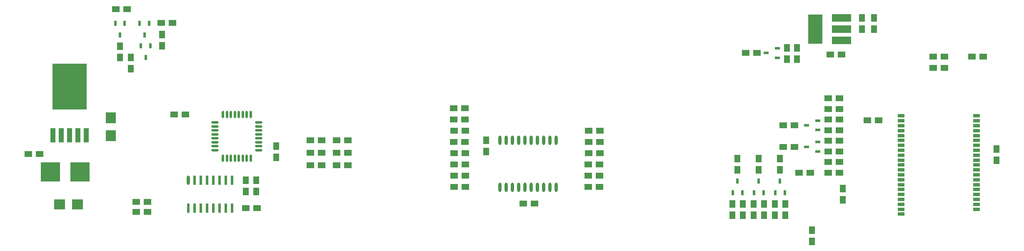
<source format=gbp>
%FSLAX25Y25*%
%MOIN*%
G70*
G01*
G75*
G04 Layer_Color=128*
%ADD10R,0.03937X0.03937*%
%ADD11R,0.03937X0.03937*%
%ADD12C,0.01000*%
%ADD13C,0.02500*%
%ADD14C,0.04000*%
%ADD15C,0.07000*%
%ADD16C,0.06000*%
%ADD17C,0.02000*%
%ADD18C,0.03000*%
%ADD19C,0.06000*%
%ADD20C,0.05512*%
%ADD21C,0.06300*%
%ADD22C,0.07087*%
%ADD23C,0.08661*%
%ADD24R,0.06000X0.06000*%
%ADD25C,0.02500*%
%ADD26C,0.05000*%
%ADD27O,0.05906X0.01969*%
%ADD28R,0.05000X0.06000*%
%ADD29O,0.01969X0.05906*%
%ADD30R,0.02362X0.04299*%
%ADD31R,0.06000X0.05000*%
%ADD32R,0.04213X0.11811*%
%ADD33R,0.27559X0.37008*%
%ADD34R,0.08858X0.08071*%
%ADD35R,0.08071X0.08858*%
%ADD36R,0.15748X0.15748*%
%ADD37O,0.02400X0.07600*%
%ADD38R,0.02400X0.07600*%
%ADD39R,0.05709X0.02756*%
%ADD40R,0.04299X0.02362*%
%ADD41R,0.15748X0.06000*%
%ADD42R,0.11811X0.23622*%
%ADD43O,0.02400X0.07400*%
%ADD44C,0.00500*%
%ADD45C,0.00787*%
%ADD46C,0.02362*%
%ADD47C,0.00984*%
%ADD48C,0.00800*%
%ADD49C,0.00600*%
%ADD50C,0.00200*%
%ADD51C,0.00100*%
%ADD52R,0.00446X0.00990*%
%ADD53R,0.00900X0.00700*%
%ADD54C,0.01969*%
%ADD55C,0.00400*%
%ADD56C,0.01500*%
D27*
X190998Y105114D02*
D03*
Y101965D02*
D03*
X155958Y114563D02*
D03*
Y111414D02*
D03*
Y108264D02*
D03*
Y105114D02*
D03*
Y101965D02*
D03*
Y98815D02*
D03*
X190998Y108264D02*
D03*
Y111414D02*
D03*
Y114563D02*
D03*
X155958Y95665D02*
D03*
Y92516D02*
D03*
X190998D02*
D03*
Y95665D02*
D03*
Y98815D02*
D03*
D28*
X180500Y59457D02*
D03*
Y68457D02*
D03*
X189000Y59457D02*
D03*
Y68457D02*
D03*
X373107Y91218D02*
D03*
Y100218D02*
D03*
X113799Y175913D02*
D03*
Y184913D02*
D03*
X80099Y166827D02*
D03*
Y175827D02*
D03*
X204918Y95666D02*
D03*
Y86665D02*
D03*
X633500Y19500D02*
D03*
Y28500D02*
D03*
X88599Y166827D02*
D03*
Y157827D02*
D03*
X781279Y84524D02*
D03*
Y93524D02*
D03*
X658280Y61757D02*
D03*
Y52757D02*
D03*
X673779Y189457D02*
D03*
Y198457D02*
D03*
X683280Y189457D02*
D03*
Y198457D02*
D03*
X569870Y40500D02*
D03*
Y49500D02*
D03*
X578370Y40500D02*
D03*
Y49500D02*
D03*
X586870Y40500D02*
D03*
Y49500D02*
D03*
X595370Y40500D02*
D03*
Y49500D02*
D03*
X603870Y40500D02*
D03*
Y49500D02*
D03*
X612370Y40500D02*
D03*
Y49500D02*
D03*
X574120Y85587D02*
D03*
Y76587D02*
D03*
X591120Y85587D02*
D03*
Y76587D02*
D03*
X608120Y85587D02*
D03*
Y76587D02*
D03*
X621500Y174500D02*
D03*
Y165500D02*
D03*
X613500D02*
D03*
Y174500D02*
D03*
D29*
X171903Y86020D02*
D03*
X165604Y121059D02*
D03*
X175053D02*
D03*
X171903D02*
D03*
X184502D02*
D03*
X181352D02*
D03*
X178202D02*
D03*
X168754D02*
D03*
X165604Y86020D02*
D03*
X162454D02*
D03*
Y121059D02*
D03*
X184502Y86020D02*
D03*
X181352D02*
D03*
X178202D02*
D03*
X175053D02*
D03*
X168754D02*
D03*
D30*
X95799Y193913D02*
D03*
X103279D02*
D03*
X99539Y184827D02*
D03*
X96799Y175914D02*
D03*
X104279D02*
D03*
X100539Y166827D02*
D03*
X76299Y193913D02*
D03*
X83780D02*
D03*
X80039Y184827D02*
D03*
X577860Y58500D02*
D03*
X570380D02*
D03*
X574120Y67587D02*
D03*
X594860Y58500D02*
D03*
X587380D02*
D03*
X591120Y67587D02*
D03*
X611860Y58500D02*
D03*
X604380D02*
D03*
X608120Y67587D02*
D03*
D31*
X253280Y90457D02*
D03*
X262280D02*
D03*
X253280Y80457D02*
D03*
X262280D02*
D03*
X454980Y99157D02*
D03*
X463979D02*
D03*
X463980Y90157D02*
D03*
X454980D02*
D03*
X411667Y49657D02*
D03*
X402668D02*
D03*
X454700Y63157D02*
D03*
X463700D02*
D03*
X454700Y81157D02*
D03*
X463700D02*
D03*
X347168Y63157D02*
D03*
X356168D02*
D03*
Y81157D02*
D03*
X347168D02*
D03*
X347007Y126157D02*
D03*
X356007D02*
D03*
X463700Y72157D02*
D03*
X454700D02*
D03*
X253280Y100457D02*
D03*
X262280D02*
D03*
X76649Y205457D02*
D03*
X85650D02*
D03*
X113149Y194457D02*
D03*
X122150D02*
D03*
X232280Y80457D02*
D03*
X241280D02*
D03*
X347007Y117157D02*
D03*
X356007D02*
D03*
X347207Y108157D02*
D03*
X356207D02*
D03*
X356168Y90157D02*
D03*
X347168D02*
D03*
X356168Y72157D02*
D03*
X347168D02*
D03*
X454980Y108157D02*
D03*
X463979D02*
D03*
X347107Y99157D02*
D03*
X356107D02*
D03*
X123457Y121059D02*
D03*
X132457D02*
D03*
X232280Y90457D02*
D03*
X241280D02*
D03*
X232280Y100457D02*
D03*
X241280D02*
D03*
X189500Y45957D02*
D03*
X180500D02*
D03*
X102000Y43000D02*
D03*
X102100Y51000D02*
D03*
X93100D02*
D03*
X93000Y43000D02*
D03*
X6500Y89500D02*
D03*
X15500D02*
D03*
X739753Y167457D02*
D03*
X730753D02*
D03*
X761753D02*
D03*
X770753D02*
D03*
X739753Y158457D02*
D03*
X730753D02*
D03*
X687000Y116457D02*
D03*
X678000D02*
D03*
X655780Y133957D02*
D03*
X646780D02*
D03*
Y125457D02*
D03*
X655780D02*
D03*
Y91457D02*
D03*
X646780D02*
D03*
X655780Y99957D02*
D03*
X646780D02*
D03*
X655780Y108457D02*
D03*
X646780D02*
D03*
X655780Y116957D02*
D03*
X646780D02*
D03*
X655780Y74457D02*
D03*
X646780D02*
D03*
Y82957D02*
D03*
X655780D02*
D03*
X610780Y95207D02*
D03*
X619780D02*
D03*
X610780Y112467D02*
D03*
X619780D02*
D03*
X623280Y74257D02*
D03*
X632280D02*
D03*
X657280Y168957D02*
D03*
X648280D02*
D03*
X580500Y170260D02*
D03*
X589500D02*
D03*
D32*
X26228Y104500D02*
D03*
X39614D02*
D03*
X32921D02*
D03*
X46307D02*
D03*
X53000D02*
D03*
D33*
X39575Y143388D02*
D03*
D34*
X31500Y49000D02*
D03*
X45870D02*
D03*
D35*
X72500Y118400D02*
D03*
Y104030D02*
D03*
D36*
X48000Y75000D02*
D03*
X24378D02*
D03*
D37*
X134780Y68457D02*
D03*
D38*
X139780D02*
D03*
X144780D02*
D03*
X149780D02*
D03*
X154780D02*
D03*
X159780D02*
D03*
X164780D02*
D03*
X169780D02*
D03*
Y45957D02*
D03*
X164780D02*
D03*
X159780D02*
D03*
X154780D02*
D03*
X149780D02*
D03*
X144780D02*
D03*
X139780D02*
D03*
X134780D02*
D03*
D39*
X704850Y41216D02*
D03*
Y119957D02*
D03*
Y116020D02*
D03*
Y112083D02*
D03*
Y108146D02*
D03*
Y104209D02*
D03*
Y100272D02*
D03*
Y96335D02*
D03*
Y92398D02*
D03*
Y88461D02*
D03*
Y84524D02*
D03*
Y80587D02*
D03*
Y76650D02*
D03*
Y72713D02*
D03*
Y68776D02*
D03*
Y64839D02*
D03*
Y60902D02*
D03*
Y56965D02*
D03*
Y53028D02*
D03*
Y49091D02*
D03*
Y45154D02*
D03*
X765480D02*
D03*
Y49091D02*
D03*
Y53028D02*
D03*
Y56965D02*
D03*
Y60902D02*
D03*
Y64839D02*
D03*
Y68776D02*
D03*
Y72713D02*
D03*
Y76650D02*
D03*
Y80587D02*
D03*
Y84524D02*
D03*
Y88461D02*
D03*
Y92398D02*
D03*
Y96335D02*
D03*
Y100272D02*
D03*
Y104209D02*
D03*
Y108146D02*
D03*
Y112083D02*
D03*
Y116020D02*
D03*
Y119957D02*
D03*
D40*
X638280Y98947D02*
D03*
Y91467D02*
D03*
X629193Y95207D02*
D03*
X638280Y116207D02*
D03*
Y108727D02*
D03*
X629193Y112467D02*
D03*
X606000Y174000D02*
D03*
Y166520D02*
D03*
X596913Y170260D02*
D03*
D41*
X657280Y198457D02*
D03*
Y180457D02*
D03*
Y189457D02*
D03*
D42*
X636280D02*
D03*
D43*
X384107Y100217D02*
D03*
X389107D02*
D03*
X394107D02*
D03*
X399107D02*
D03*
X404107D02*
D03*
X409107D02*
D03*
X414107D02*
D03*
X419107D02*
D03*
X424107D02*
D03*
Y62617D02*
D03*
X414107D02*
D03*
X409107D02*
D03*
X404107D02*
D03*
X399107D02*
D03*
X394107D02*
D03*
X389107D02*
D03*
X384107D02*
D03*
X419107D02*
D03*
X429107Y100217D02*
D03*
Y62617D02*
D03*
M02*

</source>
